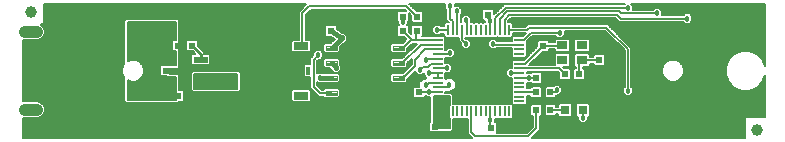
<source format=gbl>
G75*
%MOIN*%
%OFA0B0*%
%FSLAX24Y24*%
%IPPOS*%
%LPD*%
%AMOC8*
5,1,8,0,0,1.08239X$1,22.5*
%
%ADD10R,0.0394X0.0433*%
%ADD11C,0.0397*%
%ADD12C,0.0397*%
%ADD13R,0.0315X0.0315*%
%ADD14R,0.0500X0.0250*%
%ADD15R,0.0138X0.0276*%
%ADD16R,0.0236X0.0236*%
%ADD17C,0.0394*%
%ADD18R,0.0079X0.0344*%
%ADD19R,0.0344X0.0079*%
%ADD20C,0.0126*%
%ADD21R,0.0472X0.0217*%
%ADD22R,0.0354X0.0295*%
%ADD23C,0.0043*%
%ADD24R,0.1339X0.1693*%
%ADD25C,0.0060*%
%ADD26C,0.0220*%
%ADD27C,0.0240*%
%ADD28C,0.0180*%
%ADD29C,0.0080*%
%ADD30C,0.0150*%
%ADD31C,0.0090*%
%ADD32C,0.0180*%
D10*
X007623Y015656D03*
X007623Y016325D03*
D11*
X001108Y017289D02*
X000712Y017289D01*
X000712Y014691D02*
X001108Y014691D01*
D12*
X001107Y014691D03*
X000713Y014691D03*
X000713Y017289D03*
X001107Y017289D03*
D13*
X018728Y014670D03*
X019319Y014670D03*
D14*
X009933Y015163D03*
X008673Y015163D03*
X008673Y016817D03*
X009933Y016817D03*
D15*
X010170Y015990D03*
D16*
X010923Y017314D03*
X010923Y017786D03*
X013323Y017786D03*
X013803Y017786D03*
X013803Y017314D03*
X013323Y017314D03*
X015697Y017850D03*
X016170Y017850D03*
X018003Y016826D03*
X018003Y016354D03*
X017767Y015750D03*
X018240Y015750D03*
X018727Y015870D03*
X019200Y015870D03*
X019863Y016354D03*
X019863Y016826D03*
X018240Y015270D03*
X017767Y015270D03*
X017767Y014670D03*
X018240Y014670D03*
X016740Y014070D03*
X016267Y014070D03*
X014400Y014130D03*
X013927Y014130D03*
X013863Y014794D03*
X013863Y015266D03*
X007143Y015754D03*
X007143Y016226D03*
X006300Y016830D03*
X005827Y016830D03*
X005827Y015150D03*
X006300Y015150D03*
D17*
X000922Y017959D03*
X025134Y014022D03*
D18*
X016867Y014632D03*
X016710Y014632D03*
X016552Y014632D03*
X016395Y014632D03*
X016237Y014632D03*
X016080Y014632D03*
X015922Y014632D03*
X015765Y014632D03*
X015607Y014632D03*
X015450Y014632D03*
X015292Y014632D03*
X015135Y014632D03*
X014977Y014632D03*
X014820Y014632D03*
X014820Y017348D03*
X014977Y017348D03*
X015135Y017348D03*
X015292Y017348D03*
X015450Y017348D03*
X015607Y017348D03*
X015765Y017348D03*
X015922Y017348D03*
X016080Y017348D03*
X016237Y017348D03*
X016395Y017348D03*
X016552Y017348D03*
X016710Y017348D03*
X016867Y017348D03*
D19*
X017202Y017014D03*
X017202Y016856D03*
X017202Y016699D03*
X017202Y016541D03*
X017202Y016384D03*
X017202Y016226D03*
X017202Y016069D03*
X017202Y015911D03*
X017202Y015754D03*
X017202Y015596D03*
X017202Y015439D03*
X017202Y015281D03*
X017202Y015124D03*
X017202Y014967D03*
X014485Y014967D03*
X014485Y015124D03*
X014485Y015281D03*
X014485Y015439D03*
X014485Y015596D03*
X014485Y015754D03*
X014485Y015911D03*
X014485Y016069D03*
X014485Y016226D03*
X014485Y016384D03*
X014485Y016541D03*
X014485Y016699D03*
X014485Y016856D03*
X014485Y017014D03*
D20*
X015276Y016557D02*
X015276Y015423D01*
X015276Y016557D02*
X016410Y016557D01*
X016410Y015423D01*
X015276Y015423D01*
X015276Y015548D02*
X016410Y015548D01*
X016410Y015673D02*
X015276Y015673D01*
X015276Y015798D02*
X016410Y015798D01*
X016410Y015923D02*
X015276Y015923D01*
X015276Y016048D02*
X016410Y016048D01*
X016410Y016173D02*
X015276Y016173D01*
X015276Y016298D02*
X016410Y016298D01*
X016410Y016423D02*
X015276Y016423D01*
X015276Y016548D02*
X016410Y016548D01*
D21*
X006575Y016364D03*
X005552Y016364D03*
X005552Y015990D03*
X005552Y015616D03*
X006575Y015616D03*
D22*
X018639Y016344D03*
X019288Y016344D03*
X019288Y016836D03*
X018639Y016836D03*
D23*
X013366Y016805D02*
X013000Y016805D01*
X013366Y016805D02*
X013366Y016675D01*
X013000Y016675D01*
X013000Y016805D01*
X013000Y016717D02*
X013366Y016717D01*
X013366Y016759D02*
X013000Y016759D01*
X013000Y016801D02*
X013366Y016801D01*
X013366Y016305D02*
X013000Y016305D01*
X013366Y016305D02*
X013366Y016175D01*
X013000Y016175D01*
X013000Y016305D01*
X013000Y016217D02*
X013366Y016217D01*
X013366Y016259D02*
X013000Y016259D01*
X013000Y016301D02*
X013366Y016301D01*
X013366Y015805D02*
X013000Y015805D01*
X013366Y015805D02*
X013366Y015675D01*
X013000Y015675D01*
X013000Y015805D01*
X013000Y015717D02*
X013366Y015717D01*
X013366Y015759D02*
X013000Y015759D01*
X013000Y015801D02*
X013366Y015801D01*
X013366Y015305D02*
X013000Y015305D01*
X013366Y015305D02*
X013366Y015175D01*
X013000Y015175D01*
X013000Y015305D01*
X013000Y015217D02*
X013366Y015217D01*
X013366Y015259D02*
X013000Y015259D01*
X013000Y015301D02*
X013366Y015301D01*
X011126Y015305D02*
X010760Y015305D01*
X011126Y015305D02*
X011126Y015175D01*
X010760Y015175D01*
X010760Y015305D01*
X010760Y015217D02*
X011126Y015217D01*
X011126Y015259D02*
X010760Y015259D01*
X010760Y015301D02*
X011126Y015301D01*
X011126Y015805D02*
X010760Y015805D01*
X011126Y015805D02*
X011126Y015675D01*
X010760Y015675D01*
X010760Y015805D01*
X010760Y015717D02*
X011126Y015717D01*
X011126Y015759D02*
X010760Y015759D01*
X010760Y015801D02*
X011126Y015801D01*
X011126Y016305D02*
X010760Y016305D01*
X011126Y016305D02*
X011126Y016175D01*
X010760Y016175D01*
X010760Y016305D01*
X010760Y016217D02*
X011126Y016217D01*
X011126Y016259D02*
X010760Y016259D01*
X010760Y016301D02*
X011126Y016301D01*
X011126Y016805D02*
X010760Y016805D01*
X011126Y016805D02*
X011126Y016675D01*
X010760Y016675D01*
X010760Y016805D01*
X010760Y016717D02*
X011126Y016717D01*
X011126Y016759D02*
X010760Y016759D01*
X010760Y016801D02*
X011126Y016801D01*
D24*
X012063Y015990D03*
D25*
X000658Y014413D02*
X000658Y013758D01*
X015616Y013758D01*
X015613Y013760D01*
X015487Y013887D01*
X015487Y014380D01*
X015377Y014380D01*
X015371Y014386D01*
X015365Y014380D01*
X015220Y014380D01*
X015213Y014386D01*
X015207Y014380D01*
X015062Y014380D01*
X015056Y014386D01*
X015050Y014380D01*
X014993Y014380D01*
X014993Y014025D01*
X014929Y013960D01*
X014579Y013960D01*
X014551Y013932D01*
X014248Y013932D01*
X014201Y013979D01*
X014201Y014281D01*
X014233Y014313D01*
X014233Y014894D01*
X014233Y014894D01*
X014233Y015039D01*
X014233Y015040D01*
X014233Y015051D01*
X014233Y015052D01*
X014233Y015100D01*
X014123Y015100D01*
X014077Y015146D01*
X014061Y015146D01*
X014061Y015115D01*
X014015Y015068D01*
X013712Y015068D01*
X013665Y015115D01*
X013665Y015418D01*
X013712Y015464D01*
X013873Y015464D01*
X013873Y015601D01*
X014002Y015730D01*
X014073Y015730D01*
X014098Y015755D01*
X014013Y015840D01*
X014013Y015900D01*
X013954Y015840D01*
X013813Y015840D01*
X013713Y015940D01*
X013713Y015960D01*
X013481Y015728D01*
X013468Y015705D01*
X013468Y015633D01*
X013409Y015574D01*
X012958Y015574D01*
X012899Y015633D01*
X012899Y015847D01*
X012958Y015907D01*
X013320Y015907D01*
X013613Y016200D01*
X013613Y016390D01*
X013468Y016245D01*
X013468Y016133D01*
X013409Y016074D01*
X012958Y016074D01*
X012899Y016133D01*
X012899Y016347D01*
X012958Y016407D01*
X013290Y016407D01*
X013777Y016894D01*
X013637Y016894D01*
X013468Y016725D01*
X013468Y016633D01*
X013409Y016574D01*
X012958Y016574D01*
X012899Y016633D01*
X012899Y016847D01*
X012958Y016907D01*
X013310Y016907D01*
X013436Y017032D01*
X013352Y017116D01*
X013172Y017116D01*
X013125Y017163D01*
X013125Y017465D01*
X013172Y017512D01*
X013201Y017512D01*
X013153Y017560D01*
X013153Y017607D01*
X013125Y017635D01*
X013125Y017938D01*
X013172Y017984D01*
X013436Y017984D01*
X013390Y018030D01*
X010253Y018030D01*
X010083Y017860D01*
X010083Y017022D01*
X010216Y017022D01*
X010263Y016975D01*
X010263Y016659D01*
X010216Y016612D01*
X009650Y016612D01*
X009603Y016659D01*
X009603Y016975D01*
X009650Y017022D01*
X009843Y017022D01*
X009843Y017960D01*
X009914Y018030D01*
X010106Y018222D01*
X001346Y018222D01*
X001346Y017553D01*
X001328Y017535D01*
X001243Y017535D01*
X001266Y017525D01*
X001344Y017447D01*
X001387Y017345D01*
X001387Y017234D01*
X001344Y017132D01*
X001266Y017053D01*
X001164Y017011D01*
X000658Y017011D01*
X000658Y014969D01*
X001164Y014969D01*
X001266Y014927D01*
X001344Y014849D01*
X001387Y014746D01*
X001387Y014636D01*
X001344Y014533D01*
X001266Y014455D01*
X001164Y014413D01*
X000658Y014413D01*
X000658Y014411D02*
X014233Y014411D01*
X014233Y014469D02*
X001280Y014469D01*
X001339Y014528D02*
X014233Y014528D01*
X014233Y014586D02*
X001366Y014586D01*
X001387Y014645D02*
X014233Y014645D01*
X014233Y014703D02*
X001387Y014703D01*
X001381Y014762D02*
X014233Y014762D01*
X014233Y014820D02*
X001356Y014820D01*
X001314Y014879D02*
X014233Y014879D01*
X014233Y014937D02*
X005826Y014937D01*
X005841Y014952D02*
X005978Y014952D01*
X006025Y014999D01*
X006025Y015301D01*
X005978Y015348D01*
X005873Y015348D01*
X005873Y017656D01*
X005809Y017720D01*
X005718Y017720D01*
X004098Y017720D01*
X004033Y017656D01*
X004033Y016218D01*
X004013Y016198D01*
X003957Y016063D01*
X003957Y015917D01*
X004013Y015783D01*
X004033Y015762D01*
X004033Y014985D01*
X004098Y014920D01*
X005809Y014920D01*
X005841Y014952D01*
X005763Y015030D02*
X004143Y015030D01*
X004143Y015668D01*
X004251Y015624D01*
X004396Y015624D01*
X004531Y015680D01*
X004634Y015783D01*
X004690Y015917D01*
X004690Y016063D01*
X004634Y016198D01*
X004531Y016301D01*
X004396Y016356D01*
X004251Y016356D01*
X004143Y016312D01*
X004143Y017610D01*
X005725Y017610D01*
X005745Y017590D01*
X005763Y017590D01*
X005763Y017028D01*
X005676Y017028D01*
X005629Y016981D01*
X005629Y016679D01*
X005676Y016632D01*
X005763Y016632D01*
X005763Y016190D01*
X005469Y016190D01*
X005457Y016178D01*
X005282Y016178D01*
X005235Y016132D01*
X005235Y015849D01*
X005282Y015802D01*
X005457Y015802D01*
X005469Y015790D01*
X005763Y015790D01*
X005763Y015030D01*
X005763Y015054D02*
X004143Y015054D01*
X004143Y015113D02*
X005763Y015113D01*
X005763Y015171D02*
X004143Y015171D01*
X004143Y015230D02*
X005763Y015230D01*
X005763Y015288D02*
X004143Y015288D01*
X004143Y015347D02*
X005763Y015347D01*
X005763Y015405D02*
X004143Y015405D01*
X004143Y015464D02*
X005763Y015464D01*
X005763Y015522D02*
X004143Y015522D01*
X004143Y015581D02*
X005763Y015581D01*
X005763Y015639D02*
X004433Y015639D01*
X004549Y015698D02*
X005763Y015698D01*
X005763Y015756D02*
X004607Y015756D01*
X004647Y015815D02*
X005269Y015815D01*
X005235Y015873D02*
X004671Y015873D01*
X004690Y015932D02*
X005235Y015932D01*
X005235Y015990D02*
X004690Y015990D01*
X004690Y016049D02*
X005235Y016049D01*
X005235Y016107D02*
X004671Y016107D01*
X004647Y016166D02*
X005269Y016166D01*
X005763Y016224D02*
X004607Y016224D01*
X004549Y016283D02*
X005763Y016283D01*
X005763Y016341D02*
X004433Y016341D01*
X004214Y016341D02*
X004143Y016341D01*
X004143Y016400D02*
X005763Y016400D01*
X005763Y016458D02*
X004143Y016458D01*
X004143Y016517D02*
X005763Y016517D01*
X005763Y016575D02*
X004143Y016575D01*
X004143Y016634D02*
X005674Y016634D01*
X005629Y016692D02*
X004143Y016692D01*
X004143Y016751D02*
X005629Y016751D01*
X005629Y016809D02*
X004143Y016809D01*
X004143Y016868D02*
X005629Y016868D01*
X005629Y016926D02*
X004143Y016926D01*
X004143Y016985D02*
X005632Y016985D01*
X005763Y017043D02*
X004143Y017043D01*
X004143Y017102D02*
X005763Y017102D01*
X005763Y017160D02*
X004143Y017160D01*
X004143Y017219D02*
X005763Y017219D01*
X005763Y017277D02*
X004143Y017277D01*
X004143Y017336D02*
X005763Y017336D01*
X005763Y017394D02*
X004143Y017394D01*
X004143Y017453D02*
X005763Y017453D01*
X005763Y017511D02*
X004143Y017511D01*
X004143Y017570D02*
X005763Y017570D01*
X005873Y017570D02*
X009843Y017570D01*
X009843Y017628D02*
X005873Y017628D01*
X005842Y017687D02*
X009843Y017687D01*
X009843Y017745D02*
X001346Y017745D01*
X001346Y017687D02*
X004064Y017687D01*
X004033Y017628D02*
X001346Y017628D01*
X001346Y017570D02*
X004033Y017570D01*
X004033Y017511D02*
X001280Y017511D01*
X001339Y017453D02*
X004033Y017453D01*
X004033Y017394D02*
X001366Y017394D01*
X001387Y017336D02*
X004033Y017336D01*
X004033Y017277D02*
X001387Y017277D01*
X001381Y017219D02*
X004033Y017219D01*
X004033Y017160D02*
X001356Y017160D01*
X001314Y017102D02*
X004033Y017102D01*
X004033Y017043D02*
X001242Y017043D01*
X000658Y016985D02*
X004033Y016985D01*
X004033Y016926D02*
X000658Y016926D01*
X000658Y016868D02*
X004033Y016868D01*
X004033Y016809D02*
X000658Y016809D01*
X000658Y016751D02*
X004033Y016751D01*
X004033Y016692D02*
X000658Y016692D01*
X000658Y016634D02*
X004033Y016634D01*
X004033Y016575D02*
X000658Y016575D01*
X000658Y016517D02*
X004033Y016517D01*
X004033Y016458D02*
X000658Y016458D01*
X000658Y016400D02*
X004033Y016400D01*
X004033Y016341D02*
X000658Y016341D01*
X000658Y016283D02*
X004033Y016283D01*
X004033Y016224D02*
X000658Y016224D01*
X000658Y016166D02*
X004000Y016166D01*
X003975Y016107D02*
X000658Y016107D01*
X000658Y016049D02*
X003957Y016049D01*
X003957Y015990D02*
X000658Y015990D01*
X000658Y015932D02*
X003957Y015932D01*
X003975Y015873D02*
X000658Y015873D01*
X000658Y015815D02*
X004000Y015815D01*
X004033Y015756D02*
X000658Y015756D01*
X000658Y015698D02*
X004033Y015698D01*
X004033Y015639D02*
X000658Y015639D01*
X000658Y015581D02*
X004033Y015581D01*
X004033Y015522D02*
X000658Y015522D01*
X000658Y015464D02*
X004033Y015464D01*
X004033Y015405D02*
X000658Y015405D01*
X000658Y015347D02*
X004033Y015347D01*
X004033Y015288D02*
X000658Y015288D01*
X000658Y015230D02*
X004033Y015230D01*
X004033Y015171D02*
X000658Y015171D01*
X000658Y015113D02*
X004033Y015113D01*
X004033Y015054D02*
X000658Y015054D01*
X000658Y014996D02*
X004033Y014996D01*
X004081Y014937D02*
X001242Y014937D01*
X000658Y014352D02*
X014233Y014352D01*
X014214Y014294D02*
X000658Y014294D01*
X000658Y014235D02*
X014201Y014235D01*
X014201Y014177D02*
X000658Y014177D01*
X000658Y014118D02*
X014201Y014118D01*
X014201Y014060D02*
X000658Y014060D01*
X000658Y014001D02*
X014201Y014001D01*
X014238Y013943D02*
X000658Y013943D01*
X000658Y013884D02*
X015490Y013884D01*
X015487Y013943D02*
X014561Y013943D01*
X014343Y014070D02*
X014883Y014070D01*
X014883Y014401D01*
X014858Y014427D01*
X014858Y014837D01*
X014883Y014863D01*
X014883Y015150D01*
X014343Y015150D01*
X014343Y014070D01*
X014343Y014118D02*
X014883Y014118D01*
X014883Y014177D02*
X014343Y014177D01*
X014343Y014235D02*
X014883Y014235D01*
X014883Y014294D02*
X014343Y014294D01*
X014343Y014352D02*
X014883Y014352D01*
X014874Y014411D02*
X014343Y014411D01*
X014343Y014469D02*
X014858Y014469D01*
X014858Y014528D02*
X014343Y014528D01*
X014343Y014586D02*
X014858Y014586D01*
X014858Y014645D02*
X014343Y014645D01*
X014343Y014703D02*
X014858Y014703D01*
X014858Y014762D02*
X014343Y014762D01*
X014343Y014820D02*
X014858Y014820D01*
X014883Y014879D02*
X014343Y014879D01*
X014343Y014937D02*
X014883Y014937D01*
X014883Y014996D02*
X014343Y014996D01*
X014343Y015054D02*
X014883Y015054D01*
X014883Y015113D02*
X014343Y015113D01*
X014233Y015054D02*
X010263Y015054D01*
X010263Y015005D02*
X010263Y015322D01*
X010216Y015368D01*
X009650Y015368D01*
X009603Y015322D01*
X009603Y015005D01*
X009650Y014958D01*
X010216Y014958D01*
X010263Y015005D01*
X010254Y014996D02*
X014233Y014996D01*
X014110Y015113D02*
X014059Y015113D01*
X013668Y015113D02*
X011208Y015113D01*
X011228Y015133D02*
X011228Y015347D01*
X011168Y015407D01*
X010718Y015407D01*
X010672Y015360D01*
X010623Y015360D01*
X010473Y015510D01*
X010473Y015600D01*
X010493Y015580D01*
X010712Y015580D01*
X010718Y015574D01*
X011168Y015574D01*
X011228Y015633D01*
X011228Y015847D01*
X011168Y015907D01*
X011017Y015907D01*
X011004Y015920D01*
X010493Y015920D01*
X010473Y015901D01*
X010473Y016310D01*
X010503Y016340D01*
X010574Y016340D01*
X010673Y016440D01*
X010673Y016581D01*
X010574Y016680D01*
X010433Y016680D01*
X010333Y016581D01*
X010333Y016510D01*
X010233Y016410D01*
X010233Y016208D01*
X010067Y016208D01*
X010021Y016161D01*
X010021Y015819D01*
X010067Y015772D01*
X010233Y015772D01*
X010233Y015410D01*
X010304Y015340D01*
X010524Y015120D01*
X010672Y015120D01*
X010718Y015074D01*
X011168Y015074D01*
X011228Y015133D01*
X011228Y015171D02*
X013665Y015171D01*
X013665Y015230D02*
X011228Y015230D01*
X011228Y015288D02*
X013665Y015288D01*
X013665Y015347D02*
X011228Y015347D01*
X011170Y015405D02*
X013665Y015405D01*
X013711Y015464D02*
X010520Y015464D01*
X010473Y015522D02*
X013873Y015522D01*
X013873Y015581D02*
X013416Y015581D01*
X013468Y015639D02*
X013911Y015639D01*
X013970Y015698D02*
X013468Y015698D01*
X013509Y015756D02*
X014097Y015756D01*
X014038Y015815D02*
X013568Y015815D01*
X013626Y015873D02*
X013780Y015873D01*
X013721Y015932D02*
X013685Y015932D01*
X013521Y016107D02*
X013442Y016107D01*
X013462Y016049D02*
X011253Y016049D01*
X011253Y016020D02*
X011253Y016170D01*
X011228Y016196D01*
X011228Y016347D01*
X011168Y016407D01*
X011017Y016407D01*
X011014Y016410D01*
X010873Y016410D01*
X010870Y016407D01*
X010718Y016407D01*
X010659Y016347D01*
X010659Y016133D01*
X010718Y016074D01*
X010870Y016074D01*
X010913Y016030D01*
X010913Y016020D01*
X011013Y015920D01*
X011154Y015920D01*
X011253Y016020D01*
X011224Y015990D02*
X013404Y015990D01*
X013345Y015932D02*
X011165Y015932D01*
X011202Y015873D02*
X012925Y015873D01*
X012899Y015815D02*
X011228Y015815D01*
X011228Y015756D02*
X012899Y015756D01*
X012899Y015698D02*
X011228Y015698D01*
X011228Y015639D02*
X012899Y015639D01*
X012951Y015581D02*
X011176Y015581D01*
X011001Y015932D02*
X010473Y015932D01*
X010473Y015990D02*
X010943Y015990D01*
X010894Y016049D02*
X010473Y016049D01*
X010473Y016107D02*
X010685Y016107D01*
X010659Y016166D02*
X010473Y016166D01*
X010473Y016224D02*
X010659Y016224D01*
X010659Y016283D02*
X010473Y016283D01*
X010575Y016341D02*
X010659Y016341D01*
X010633Y016400D02*
X010711Y016400D01*
X010673Y016458D02*
X013342Y016458D01*
X013400Y016517D02*
X010673Y016517D01*
X010673Y016575D02*
X010717Y016575D01*
X010718Y016574D02*
X011168Y016574D01*
X011228Y016633D01*
X011228Y016796D01*
X011313Y016880D01*
X011362Y016880D01*
X011473Y016991D01*
X011473Y017149D01*
X011362Y017260D01*
X011279Y017260D01*
X011121Y017367D01*
X011121Y017465D01*
X011075Y017512D01*
X010772Y017512D01*
X010725Y017465D01*
X010725Y017163D01*
X010772Y017116D01*
X010940Y017116D01*
X011041Y017047D01*
X010901Y016907D01*
X010718Y016907D01*
X010659Y016847D01*
X010659Y016633D01*
X010718Y016574D01*
X010659Y016634D02*
X010620Y016634D01*
X010659Y016692D02*
X010263Y016692D01*
X010263Y016751D02*
X010659Y016751D01*
X010659Y016809D02*
X010263Y016809D01*
X010263Y016868D02*
X010679Y016868D01*
X010920Y016926D02*
X010263Y016926D01*
X010254Y016985D02*
X010979Y016985D01*
X011037Y017043D02*
X010083Y017043D01*
X010083Y017102D02*
X010960Y017102D01*
X010728Y017160D02*
X010083Y017160D01*
X010083Y017219D02*
X010725Y017219D01*
X010725Y017277D02*
X010083Y017277D01*
X010083Y017336D02*
X010725Y017336D01*
X010725Y017394D02*
X010083Y017394D01*
X010083Y017453D02*
X010725Y017453D01*
X010771Y017511D02*
X010083Y017511D01*
X010083Y017570D02*
X013153Y017570D01*
X013171Y017511D02*
X011076Y017511D01*
X011121Y017453D02*
X013125Y017453D01*
X013125Y017394D02*
X011121Y017394D01*
X011168Y017336D02*
X013125Y017336D01*
X013125Y017277D02*
X011254Y017277D01*
X011404Y017219D02*
X013125Y017219D01*
X013128Y017160D02*
X011462Y017160D01*
X011473Y017102D02*
X013366Y017102D01*
X013424Y017043D02*
X011473Y017043D01*
X011467Y016985D02*
X013388Y016985D01*
X013330Y016926D02*
X011408Y016926D01*
X011300Y016868D02*
X012919Y016868D01*
X012899Y016809D02*
X011242Y016809D01*
X011228Y016751D02*
X012899Y016751D01*
X012899Y016692D02*
X011228Y016692D01*
X011228Y016634D02*
X012899Y016634D01*
X012957Y016575D02*
X011170Y016575D01*
X011176Y016400D02*
X012951Y016400D01*
X012899Y016341D02*
X011228Y016341D01*
X011228Y016283D02*
X012899Y016283D01*
X012899Y016224D02*
X011228Y016224D01*
X011253Y016166D02*
X012899Y016166D01*
X012925Y016107D02*
X011253Y016107D01*
X010492Y015581D02*
X010473Y015581D01*
X010578Y015405D02*
X010717Y015405D01*
X010679Y015113D02*
X010263Y015113D01*
X010263Y015171D02*
X010473Y015171D01*
X010414Y015230D02*
X010263Y015230D01*
X010263Y015288D02*
X010356Y015288D01*
X010297Y015347D02*
X010238Y015347D01*
X010239Y015405D02*
X007913Y015405D01*
X007913Y015347D02*
X009628Y015347D01*
X009603Y015288D02*
X007857Y015288D01*
X007849Y015280D02*
X006409Y015280D01*
X006318Y015280D01*
X006253Y015345D01*
X006253Y015916D01*
X006318Y015980D01*
X007849Y015980D01*
X007913Y015916D01*
X007913Y015345D01*
X007849Y015280D01*
X007803Y015390D02*
X006363Y015390D01*
X006363Y015870D01*
X007803Y015870D01*
X007803Y015390D01*
X007803Y015405D02*
X006363Y015405D01*
X006363Y015464D02*
X007803Y015464D01*
X007803Y015522D02*
X006363Y015522D01*
X006363Y015581D02*
X007803Y015581D01*
X007803Y015639D02*
X006363Y015639D01*
X006363Y015698D02*
X007803Y015698D01*
X007803Y015756D02*
X006363Y015756D01*
X006363Y015815D02*
X007803Y015815D01*
X007913Y015815D02*
X010025Y015815D01*
X010021Y015873D02*
X007913Y015873D01*
X007897Y015932D02*
X010021Y015932D01*
X010021Y015990D02*
X005873Y015990D01*
X005873Y015932D02*
X006269Y015932D01*
X006253Y015873D02*
X005873Y015873D01*
X005873Y015815D02*
X006253Y015815D01*
X006253Y015756D02*
X005873Y015756D01*
X005873Y015698D02*
X006253Y015698D01*
X006253Y015639D02*
X005873Y015639D01*
X005873Y015581D02*
X006253Y015581D01*
X006253Y015522D02*
X005873Y015522D01*
X005873Y015464D02*
X006253Y015464D01*
X006253Y015405D02*
X005873Y015405D01*
X005980Y015347D02*
X006253Y015347D01*
X006310Y015288D02*
X006025Y015288D01*
X006025Y015230D02*
X009603Y015230D01*
X009603Y015171D02*
X006025Y015171D01*
X006025Y015113D02*
X009603Y015113D01*
X009603Y015054D02*
X006025Y015054D01*
X006022Y014996D02*
X009613Y014996D01*
X010233Y015464D02*
X007913Y015464D01*
X007913Y015522D02*
X010233Y015522D01*
X010233Y015581D02*
X007913Y015581D01*
X007913Y015639D02*
X010233Y015639D01*
X010233Y015698D02*
X007913Y015698D01*
X007913Y015756D02*
X010233Y015756D01*
X010021Y016049D02*
X005873Y016049D01*
X005873Y016107D02*
X010021Y016107D01*
X010025Y016166D02*
X005873Y016166D01*
X005873Y016224D02*
X006259Y016224D01*
X006259Y016223D02*
X006306Y016176D01*
X006845Y016176D01*
X006891Y016223D01*
X006891Y016506D01*
X006845Y016552D01*
X006700Y016552D01*
X006700Y016606D01*
X006498Y016809D01*
X009603Y016809D01*
X009603Y016751D02*
X006556Y016751D01*
X006498Y016809D02*
X006498Y016981D01*
X006451Y017028D01*
X006148Y017028D01*
X006101Y016981D01*
X006101Y016679D01*
X006148Y016632D01*
X006321Y016632D01*
X006401Y016552D01*
X006306Y016552D01*
X006259Y016506D01*
X006259Y016223D01*
X006259Y016283D02*
X005873Y016283D01*
X005873Y016341D02*
X006259Y016341D01*
X006259Y016400D02*
X005873Y016400D01*
X005873Y016458D02*
X006259Y016458D01*
X006270Y016517D02*
X005873Y016517D01*
X005873Y016575D02*
X006378Y016575D01*
X006147Y016634D02*
X005873Y016634D01*
X005873Y016692D02*
X006101Y016692D01*
X006101Y016751D02*
X005873Y016751D01*
X005873Y016809D02*
X006101Y016809D01*
X006101Y016868D02*
X005873Y016868D01*
X005873Y016926D02*
X006101Y016926D01*
X006105Y016985D02*
X005873Y016985D01*
X005873Y017043D02*
X009843Y017043D01*
X009843Y017102D02*
X005873Y017102D01*
X005873Y017160D02*
X009843Y017160D01*
X009843Y017219D02*
X005873Y017219D01*
X005873Y017277D02*
X009843Y017277D01*
X009843Y017336D02*
X005873Y017336D01*
X005873Y017394D02*
X009843Y017394D01*
X009843Y017453D02*
X005873Y017453D01*
X005873Y017511D02*
X009843Y017511D01*
X010083Y017628D02*
X013132Y017628D01*
X013125Y017687D02*
X010083Y017687D01*
X010083Y017745D02*
X013125Y017745D01*
X013125Y017804D02*
X010083Y017804D01*
X010085Y017862D02*
X013125Y017862D01*
X013125Y017921D02*
X010144Y017921D01*
X010202Y017979D02*
X013167Y017979D01*
X013521Y017899D02*
X013521Y017635D01*
X013493Y017607D01*
X013493Y017560D01*
X013446Y017512D01*
X013475Y017512D01*
X013521Y017465D01*
X013521Y017286D01*
X013605Y017202D01*
X013605Y017465D01*
X013652Y017512D01*
X013955Y017512D01*
X014001Y017465D01*
X014001Y017163D01*
X013973Y017134D01*
X014535Y017134D01*
X014535Y017133D01*
X014690Y017133D01*
X014737Y017086D01*
X014737Y016941D01*
X014731Y016935D01*
X014737Y016929D01*
X014737Y016784D01*
X014731Y016778D01*
X014737Y016771D01*
X014737Y016685D01*
X014813Y016760D01*
X014954Y016760D01*
X015053Y016661D01*
X015053Y016520D01*
X014954Y016420D01*
X014813Y016420D01*
X014812Y016421D01*
X014737Y016421D01*
X014737Y016311D01*
X014731Y016305D01*
X014737Y016299D01*
X014737Y016240D01*
X014874Y016240D01*
X014973Y016141D01*
X014973Y016000D01*
X014874Y015900D01*
X014737Y015900D01*
X014737Y015839D01*
X014731Y015833D01*
X014737Y015826D01*
X014737Y015740D01*
X014755Y015722D01*
X014772Y015740D01*
X014955Y015740D01*
X015083Y015611D01*
X015083Y015429D01*
X014955Y015300D01*
X014884Y015300D01*
X014853Y015269D01*
X014737Y015269D01*
X014737Y015260D01*
X014929Y015260D01*
X014993Y015196D01*
X014993Y014884D01*
X015050Y014884D01*
X015056Y014878D01*
X015062Y014884D01*
X015207Y014884D01*
X015213Y014878D01*
X015220Y014884D01*
X015365Y014884D01*
X015371Y014878D01*
X015377Y014884D01*
X015522Y014884D01*
X015528Y014878D01*
X015535Y014884D01*
X015680Y014884D01*
X015686Y014878D01*
X015692Y014884D01*
X015837Y014884D01*
X015843Y014878D01*
X015850Y014884D01*
X015995Y014884D01*
X016001Y014878D01*
X016007Y014884D01*
X016152Y014884D01*
X016158Y014878D01*
X016165Y014884D01*
X016310Y014884D01*
X016316Y014878D01*
X016322Y014884D01*
X016467Y014884D01*
X016473Y014878D01*
X016480Y014884D01*
X016625Y014884D01*
X016631Y014878D01*
X016637Y014884D01*
X016782Y014884D01*
X016788Y014878D01*
X016795Y014884D01*
X016940Y014884D01*
X016986Y014837D01*
X016986Y014427D01*
X016940Y014380D01*
X016795Y014380D01*
X016788Y014386D01*
X016782Y014380D01*
X016637Y014380D01*
X016631Y014386D01*
X016625Y014380D01*
X016480Y014380D01*
X016473Y014386D01*
X016467Y014380D01*
X016403Y014380D01*
X016403Y014270D01*
X016402Y014268D01*
X016418Y014268D01*
X016465Y014221D01*
X016465Y013930D01*
X017444Y013930D01*
X017643Y014130D01*
X017643Y014472D01*
X017616Y014472D01*
X017569Y014519D01*
X017569Y014821D01*
X017616Y014868D01*
X017918Y014868D01*
X017965Y014821D01*
X017965Y014519D01*
X017918Y014472D01*
X017883Y014472D01*
X017883Y014030D01*
X017813Y013960D01*
X017611Y013758D01*
X024711Y013758D01*
X024711Y014428D01*
X024728Y014445D01*
X025398Y014445D01*
X025398Y015849D01*
X025301Y015615D01*
X025115Y015429D01*
X024872Y015329D01*
X024609Y015329D01*
X024366Y015429D01*
X024180Y015615D01*
X024079Y015859D01*
X024079Y016122D01*
X024180Y016365D01*
X024366Y016551D01*
X024609Y016652D01*
X024872Y016652D01*
X025115Y016551D01*
X025301Y016365D01*
X025398Y016132D01*
X025398Y018222D01*
X020932Y018222D01*
X020993Y018161D01*
X020993Y018020D01*
X021653Y018020D01*
X021713Y018080D01*
X021854Y018080D01*
X021953Y017981D01*
X021953Y017840D01*
X022673Y017840D01*
X022733Y017900D01*
X022874Y017900D01*
X022973Y017801D01*
X022973Y017660D01*
X022874Y017560D01*
X022733Y017560D01*
X022673Y017620D01*
X020538Y017620D01*
X020473Y017685D01*
X020418Y017740D01*
X016909Y017740D01*
X016820Y017651D01*
X016820Y017601D01*
X016940Y017601D01*
X016986Y017554D01*
X016986Y017458D01*
X017396Y017458D01*
X017413Y017476D01*
X017478Y017540D01*
X020149Y017540D01*
X020869Y016820D01*
X020933Y016756D01*
X020933Y015461D01*
X020993Y015401D01*
X020993Y015260D01*
X020894Y015160D01*
X020753Y015160D01*
X020653Y015260D01*
X020653Y015401D01*
X020713Y015461D01*
X020713Y016665D01*
X020058Y017320D01*
X018713Y017320D01*
X018713Y017180D01*
X018614Y017080D01*
X018473Y017080D01*
X018413Y017140D01*
X017629Y017140D01*
X017454Y016965D01*
X017454Y016941D01*
X017448Y016935D01*
X017454Y016929D01*
X017454Y016784D01*
X017448Y016778D01*
X017454Y016771D01*
X017454Y016626D01*
X017448Y016620D01*
X017454Y016614D01*
X017454Y016469D01*
X017407Y016422D01*
X016996Y016422D01*
X016949Y016469D01*
X016949Y016614D01*
X016956Y016620D01*
X016949Y016626D01*
X016949Y016746D01*
X016420Y016746D01*
X016394Y016720D01*
X016253Y016720D01*
X016153Y016820D01*
X016153Y016961D01*
X016253Y017060D01*
X016394Y017060D01*
X016488Y016966D01*
X016949Y016966D01*
X016949Y017086D01*
X016996Y017133D01*
X017311Y017133D01*
X017416Y017238D01*
X016986Y017238D01*
X016986Y017143D01*
X016940Y017096D01*
X016795Y017096D01*
X016788Y017102D01*
X016782Y017096D01*
X016637Y017096D01*
X016631Y017102D01*
X016625Y017096D01*
X016480Y017096D01*
X016473Y017102D01*
X016467Y017096D01*
X016322Y017096D01*
X016316Y017102D01*
X016310Y017096D01*
X016165Y017096D01*
X016158Y017102D01*
X016159Y017102D01*
X016158Y017102D02*
X016152Y017096D01*
X016007Y017096D01*
X016001Y017102D01*
X015995Y017096D01*
X015850Y017096D01*
X015843Y017102D01*
X015844Y017102D01*
X015843Y017102D02*
X015837Y017096D01*
X015692Y017096D01*
X015686Y017102D01*
X015680Y017096D01*
X015535Y017096D01*
X015528Y017102D01*
X015529Y017102D01*
X015528Y017102D02*
X015522Y017096D01*
X015402Y017096D01*
X015402Y017067D01*
X015409Y017060D01*
X015494Y017060D01*
X015593Y016961D01*
X015593Y016820D01*
X015494Y016720D01*
X015353Y016720D01*
X015253Y016820D01*
X015253Y016905D01*
X015182Y016976D01*
X015182Y017096D01*
X015062Y017096D01*
X015056Y017102D01*
X015050Y017096D01*
X014905Y017096D01*
X014899Y017102D01*
X014898Y017102D01*
X014899Y017102D02*
X014892Y017096D01*
X014747Y017096D01*
X014700Y017143D01*
X014700Y017228D01*
X014572Y017228D01*
X014524Y017180D01*
X014383Y017180D01*
X014283Y017280D01*
X014283Y017421D01*
X014383Y017520D01*
X014524Y017520D01*
X014576Y017468D01*
X014700Y017468D01*
X014700Y017554D01*
X014747Y017601D01*
X014857Y017601D01*
X014838Y017620D01*
X014773Y017685D01*
X014773Y018020D01*
X014713Y018080D01*
X014713Y018221D01*
X014715Y018222D01*
X013537Y018222D01*
X013560Y018200D01*
X013775Y017984D01*
X013955Y017984D01*
X014001Y017938D01*
X014001Y017635D01*
X013955Y017588D01*
X013652Y017588D01*
X013605Y017635D01*
X013605Y017815D01*
X013521Y017899D01*
X013521Y017862D02*
X013558Y017862D01*
X013521Y017804D02*
X013605Y017804D01*
X013605Y017745D02*
X013521Y017745D01*
X013521Y017687D02*
X013605Y017687D01*
X013612Y017628D02*
X013515Y017628D01*
X013493Y017570D02*
X014716Y017570D01*
X014700Y017511D02*
X014533Y017511D01*
X014374Y017511D02*
X013956Y017511D01*
X014001Y017453D02*
X014315Y017453D01*
X014283Y017394D02*
X014001Y017394D01*
X014001Y017336D02*
X014283Y017336D01*
X014286Y017277D02*
X014001Y017277D01*
X014001Y017219D02*
X014344Y017219D01*
X014562Y017219D02*
X014700Y017219D01*
X014700Y017160D02*
X013999Y017160D01*
X013605Y017219D02*
X013588Y017219D01*
X013605Y017277D02*
X013530Y017277D01*
X013521Y017336D02*
X013605Y017336D01*
X013605Y017394D02*
X013521Y017394D01*
X013521Y017453D02*
X013605Y017453D01*
X013651Y017511D02*
X013476Y017511D01*
X013995Y017628D02*
X014830Y017628D01*
X014773Y017687D02*
X014001Y017687D01*
X014001Y017745D02*
X014773Y017745D01*
X014773Y017804D02*
X014001Y017804D01*
X014001Y017862D02*
X014773Y017862D01*
X014773Y017921D02*
X014001Y017921D01*
X013960Y017979D02*
X014773Y017979D01*
X014755Y018038D02*
X013722Y018038D01*
X013663Y018096D02*
X014713Y018096D01*
X014713Y018155D02*
X013605Y018155D01*
X013546Y018213D02*
X014713Y018213D01*
X014883Y018150D02*
X014883Y017730D01*
X014977Y017636D01*
X014977Y017348D01*
X015135Y017348D02*
X015135Y017959D01*
X015123Y017970D01*
X015245Y017851D02*
X015245Y017601D01*
X015253Y017601D01*
X015253Y017741D01*
X015353Y017840D01*
X015494Y017840D01*
X015593Y017741D01*
X015593Y017601D01*
X015680Y017601D01*
X015686Y017594D01*
X015692Y017601D01*
X015837Y017601D01*
X015843Y017594D01*
X015850Y017601D01*
X015995Y017601D01*
X016001Y017594D01*
X016007Y017601D01*
X016043Y017601D01*
X016043Y017652D01*
X016018Y017652D01*
X015971Y017699D01*
X015971Y018001D01*
X016018Y018048D01*
X016321Y018048D01*
X016368Y018001D01*
X016368Y017870D01*
X016633Y018136D01*
X016698Y018200D01*
X020693Y018200D01*
X020715Y018222D01*
X015052Y018222D01*
X015053Y018221D01*
X015053Y018140D01*
X015194Y018140D01*
X015293Y018041D01*
X015293Y017900D01*
X015245Y017851D01*
X015256Y017862D02*
X015971Y017862D01*
X015971Y017804D02*
X015530Y017804D01*
X015589Y017745D02*
X015971Y017745D01*
X015984Y017687D02*
X015593Y017687D01*
X015593Y017628D02*
X016043Y017628D01*
X015971Y017921D02*
X015293Y017921D01*
X015293Y017979D02*
X015971Y017979D01*
X016008Y018038D02*
X015293Y018038D01*
X015238Y018096D02*
X016594Y018096D01*
X016652Y018155D02*
X015053Y018155D01*
X015053Y018213D02*
X020706Y018213D01*
X020823Y018090D02*
X016743Y018090D01*
X016395Y017741D01*
X016395Y017348D01*
X016552Y017348D02*
X016552Y017719D01*
X016803Y017970D01*
X020523Y017970D01*
X020583Y017910D01*
X021783Y017910D01*
X021670Y018038D02*
X020993Y018038D01*
X020993Y018096D02*
X025398Y018096D01*
X025398Y018038D02*
X021896Y018038D01*
X021953Y017979D02*
X025398Y017979D01*
X025398Y017921D02*
X021953Y017921D01*
X021953Y017862D02*
X022695Y017862D01*
X022803Y017730D02*
X020583Y017730D01*
X020463Y017850D01*
X016863Y017850D01*
X016710Y017696D01*
X016710Y017348D01*
X016867Y017348D02*
X017442Y017348D01*
X017523Y017430D01*
X020103Y017430D01*
X020823Y016710D01*
X020823Y015330D01*
X020653Y015347D02*
X018623Y015347D01*
X018623Y015405D02*
X020658Y015405D01*
X020713Y015464D02*
X018570Y015464D01*
X018524Y015510D02*
X018623Y015411D01*
X018623Y015270D01*
X018524Y015170D01*
X018453Y015170D01*
X018438Y015155D01*
X018438Y015119D01*
X018391Y015072D01*
X018088Y015072D01*
X018041Y015119D01*
X018041Y015421D01*
X018088Y015468D01*
X018341Y015468D01*
X018383Y015510D01*
X018524Y015510D01*
X018576Y015672D02*
X018529Y015719D01*
X018529Y015899D01*
X018479Y015949D01*
X017454Y015949D01*
X017454Y015911D01*
X017463Y015920D01*
X017588Y015920D01*
X017616Y015948D01*
X017918Y015948D01*
X017965Y015901D01*
X017965Y015599D01*
X017918Y015552D01*
X017616Y015552D01*
X017588Y015580D01*
X017463Y015580D01*
X017454Y015589D01*
X017454Y015524D01*
X017448Y015518D01*
X017454Y015511D01*
X017454Y015401D01*
X017569Y015401D01*
X017569Y015421D01*
X017616Y015468D01*
X017918Y015468D01*
X017965Y015421D01*
X017965Y015119D01*
X017918Y015072D01*
X017616Y015072D01*
X017569Y015119D01*
X017569Y015161D01*
X017454Y015161D01*
X017454Y015052D01*
X017448Y015045D01*
X017454Y015039D01*
X017454Y014894D01*
X017407Y014847D01*
X016996Y014847D01*
X016949Y014894D01*
X016949Y015039D01*
X016956Y015045D01*
X016949Y015052D01*
X016949Y015197D01*
X016956Y015203D01*
X016949Y015209D01*
X016949Y015354D01*
X016956Y015360D01*
X016949Y015366D01*
X016949Y015511D01*
X016956Y015518D01*
X016949Y015524D01*
X016949Y015669D01*
X016956Y015675D01*
X016949Y015681D01*
X016949Y015740D01*
X016853Y015740D01*
X016753Y015840D01*
X016753Y015981D01*
X016853Y016080D01*
X016949Y016080D01*
X016949Y016141D01*
X016956Y016148D01*
X016949Y016154D01*
X016949Y016299D01*
X016996Y016346D01*
X017151Y016346D01*
X017152Y016346D01*
X017354Y016346D01*
X017805Y016798D01*
X017805Y016978D01*
X017852Y017024D01*
X018155Y017024D01*
X018201Y016978D01*
X018201Y016946D01*
X018381Y016946D01*
X018381Y017017D01*
X018428Y017064D01*
X018849Y017064D01*
X018896Y017017D01*
X018896Y016655D01*
X018849Y016609D01*
X018428Y016609D01*
X018381Y016655D01*
X018381Y016706D01*
X018201Y016706D01*
X018201Y016675D01*
X018155Y016628D01*
X017975Y016628D01*
X017536Y016189D01*
X018381Y016189D01*
X018381Y016525D01*
X018428Y016572D01*
X018849Y016572D01*
X018896Y016525D01*
X018896Y016163D01*
X018849Y016116D01*
X018651Y016116D01*
X018699Y016068D01*
X018878Y016068D01*
X018925Y016021D01*
X018925Y015719D01*
X018878Y015672D01*
X018576Y015672D01*
X018550Y015698D02*
X017965Y015698D01*
X017965Y015756D02*
X018529Y015756D01*
X018529Y015815D02*
X017965Y015815D01*
X017965Y015873D02*
X018529Y015873D01*
X018496Y015932D02*
X017935Y015932D01*
X017965Y015639D02*
X020713Y015639D01*
X020713Y015581D02*
X017947Y015581D01*
X017923Y015464D02*
X018084Y015464D01*
X018041Y015405D02*
X017965Y015405D01*
X017965Y015347D02*
X018041Y015347D01*
X018041Y015288D02*
X017965Y015288D01*
X017965Y015230D02*
X018041Y015230D01*
X018041Y015171D02*
X017965Y015171D01*
X017959Y015113D02*
X018048Y015113D01*
X018088Y014868D02*
X018041Y014821D01*
X018041Y014519D01*
X018088Y014472D01*
X018391Y014472D01*
X018438Y014519D01*
X018438Y014550D01*
X018491Y014550D01*
X018491Y014480D01*
X018537Y014433D01*
X018919Y014433D01*
X018966Y014480D01*
X018966Y014861D01*
X018919Y014908D01*
X018537Y014908D01*
X018491Y014861D01*
X018491Y014790D01*
X018438Y014790D01*
X018438Y014821D01*
X018391Y014868D01*
X018088Y014868D01*
X018041Y014820D02*
X017965Y014820D01*
X017965Y014762D02*
X018041Y014762D01*
X018041Y014703D02*
X017965Y014703D01*
X017965Y014645D02*
X018041Y014645D01*
X018041Y014586D02*
X017965Y014586D01*
X017965Y014528D02*
X018041Y014528D01*
X017883Y014469D02*
X018501Y014469D01*
X018491Y014528D02*
X018438Y014528D01*
X018438Y014820D02*
X018491Y014820D01*
X018509Y014879D02*
X017439Y014879D01*
X017454Y014937D02*
X025398Y014937D01*
X025398Y014879D02*
X019538Y014879D01*
X019556Y014861D02*
X019509Y014908D01*
X019128Y014908D01*
X019081Y014861D01*
X019081Y014480D01*
X019128Y014433D01*
X019153Y014433D01*
X019153Y014350D01*
X019253Y014250D01*
X019394Y014250D01*
X019493Y014350D01*
X019493Y014433D01*
X019509Y014433D01*
X019556Y014480D01*
X019556Y014861D01*
X019556Y014820D02*
X025398Y014820D01*
X025398Y014762D02*
X019556Y014762D01*
X019556Y014703D02*
X025398Y014703D01*
X025398Y014645D02*
X019556Y014645D01*
X019556Y014586D02*
X025398Y014586D01*
X025398Y014528D02*
X019556Y014528D01*
X019546Y014469D02*
X025398Y014469D01*
X024711Y014411D02*
X019493Y014411D01*
X019493Y014352D02*
X024711Y014352D01*
X024711Y014294D02*
X019437Y014294D01*
X019209Y014294D02*
X017883Y014294D01*
X017883Y014352D02*
X019153Y014352D01*
X019153Y014411D02*
X017883Y014411D01*
X017883Y014235D02*
X024711Y014235D01*
X024711Y014177D02*
X017883Y014177D01*
X017883Y014118D02*
X024711Y014118D01*
X024711Y014060D02*
X017883Y014060D01*
X017854Y014001D02*
X024711Y014001D01*
X024711Y013943D02*
X017796Y013943D01*
X017737Y013884D02*
X024711Y013884D01*
X024711Y013826D02*
X017679Y013826D01*
X017620Y013767D02*
X024711Y013767D01*
X025398Y014996D02*
X017454Y014996D01*
X017454Y015054D02*
X025398Y015054D01*
X025398Y015113D02*
X018431Y015113D01*
X018525Y015171D02*
X020742Y015171D01*
X020683Y015230D02*
X018583Y015230D01*
X018623Y015288D02*
X020653Y015288D01*
X020905Y015171D02*
X025398Y015171D01*
X025398Y015230D02*
X020963Y015230D01*
X020993Y015288D02*
X025398Y015288D01*
X025398Y015347D02*
X024916Y015347D01*
X025057Y015405D02*
X025398Y015405D01*
X025398Y015464D02*
X025150Y015464D01*
X025208Y015522D02*
X025398Y015522D01*
X025398Y015581D02*
X025267Y015581D01*
X025311Y015639D02*
X025398Y015639D01*
X025398Y015698D02*
X025336Y015698D01*
X025360Y015756D02*
X025398Y015756D01*
X025398Y015815D02*
X025384Y015815D01*
X025384Y016166D02*
X025398Y016166D01*
X025398Y016224D02*
X025360Y016224D01*
X025336Y016283D02*
X025398Y016283D01*
X025398Y016341D02*
X025311Y016341D01*
X025267Y016400D02*
X025398Y016400D01*
X025398Y016458D02*
X025208Y016458D01*
X025150Y016517D02*
X025398Y016517D01*
X025398Y016575D02*
X025057Y016575D01*
X024916Y016634D02*
X025398Y016634D01*
X025398Y016692D02*
X020933Y016692D01*
X020933Y016634D02*
X024566Y016634D01*
X024424Y016575D02*
X020933Y016575D01*
X020933Y016517D02*
X024332Y016517D01*
X024273Y016458D02*
X020933Y016458D01*
X020933Y016400D02*
X024215Y016400D01*
X024170Y016341D02*
X022433Y016341D01*
X022396Y016356D02*
X022251Y016356D01*
X022116Y016301D01*
X022013Y016198D01*
X021957Y016063D01*
X021957Y015917D01*
X022013Y015783D01*
X022116Y015680D01*
X022251Y015624D01*
X022396Y015624D01*
X022531Y015680D01*
X022634Y015783D01*
X022690Y015917D01*
X022690Y016063D01*
X022634Y016198D01*
X022531Y016301D01*
X022396Y016356D01*
X022549Y016283D02*
X024146Y016283D01*
X024122Y016224D02*
X022607Y016224D01*
X022647Y016166D02*
X024097Y016166D01*
X024079Y016107D02*
X022671Y016107D01*
X022690Y016049D02*
X024079Y016049D01*
X024079Y015990D02*
X022690Y015990D01*
X022690Y015932D02*
X024079Y015932D01*
X024079Y015873D02*
X022671Y015873D01*
X022647Y015815D02*
X024097Y015815D01*
X024122Y015756D02*
X022607Y015756D01*
X022549Y015698D02*
X024146Y015698D01*
X024170Y015639D02*
X022433Y015639D01*
X022214Y015639D02*
X020933Y015639D01*
X020933Y015581D02*
X024215Y015581D01*
X024273Y015522D02*
X020933Y015522D01*
X020933Y015464D02*
X024332Y015464D01*
X024424Y015405D02*
X020989Y015405D01*
X020993Y015347D02*
X024566Y015347D01*
X025398Y016751D02*
X020933Y016751D01*
X020880Y016809D02*
X025398Y016809D01*
X025398Y016868D02*
X020821Y016868D01*
X020763Y016926D02*
X025398Y016926D01*
X025398Y016985D02*
X020704Y016985D01*
X020646Y017043D02*
X025398Y017043D01*
X025398Y017102D02*
X020587Y017102D01*
X020529Y017160D02*
X025398Y017160D01*
X025398Y017219D02*
X020470Y017219D01*
X020412Y017277D02*
X025398Y017277D01*
X025398Y017336D02*
X020353Y017336D01*
X020295Y017394D02*
X025398Y017394D01*
X025398Y017453D02*
X020236Y017453D01*
X020178Y017511D02*
X025398Y017511D01*
X025398Y017570D02*
X022883Y017570D01*
X022942Y017628D02*
X025398Y017628D01*
X025398Y017687D02*
X022973Y017687D01*
X022973Y017745D02*
X025398Y017745D01*
X025398Y017804D02*
X022970Y017804D01*
X022912Y017862D02*
X025398Y017862D01*
X025398Y018155D02*
X020993Y018155D01*
X020941Y018213D02*
X025398Y018213D01*
X022723Y017570D02*
X016971Y017570D01*
X016986Y017511D02*
X017449Y017511D01*
X017583Y017250D02*
X018543Y017250D01*
X018713Y017277D02*
X020101Y017277D01*
X020159Y017219D02*
X018713Y017219D01*
X018694Y017160D02*
X020218Y017160D01*
X020276Y017102D02*
X018635Y017102D01*
X018451Y017102D02*
X017590Y017102D01*
X017532Y017043D02*
X018408Y017043D01*
X018381Y016985D02*
X018194Y016985D01*
X018201Y016692D02*
X018381Y016692D01*
X018403Y016634D02*
X018160Y016634D01*
X017922Y016575D02*
X020713Y016575D01*
X020713Y016517D02*
X020050Y016517D01*
X020061Y016505D02*
X020015Y016552D01*
X019712Y016552D01*
X019665Y016505D01*
X019665Y016464D01*
X019545Y016464D01*
X019545Y016525D01*
X019498Y016572D01*
X019078Y016572D01*
X019031Y016525D01*
X019031Y016163D01*
X019078Y016116D01*
X019080Y016116D01*
X019080Y016068D01*
X019048Y016068D01*
X019001Y016021D01*
X019001Y015719D01*
X019048Y015672D01*
X019351Y015672D01*
X019398Y015719D01*
X019398Y016021D01*
X019351Y016068D01*
X019320Y016068D01*
X019320Y016116D01*
X019498Y016116D01*
X019545Y016163D01*
X019545Y016224D01*
X019665Y016224D01*
X019665Y016203D01*
X019712Y016156D01*
X020015Y016156D01*
X020061Y016203D01*
X020061Y016505D01*
X020061Y016458D02*
X020713Y016458D01*
X020713Y016400D02*
X020061Y016400D01*
X020061Y016341D02*
X020713Y016341D01*
X020713Y016283D02*
X020061Y016283D01*
X020061Y016224D02*
X020713Y016224D01*
X020713Y016166D02*
X020024Y016166D01*
X019702Y016166D02*
X019545Y016166D01*
X019370Y016049D02*
X020713Y016049D01*
X020713Y016107D02*
X019320Y016107D01*
X019398Y015990D02*
X020713Y015990D01*
X020713Y015932D02*
X019398Y015932D01*
X019398Y015873D02*
X020713Y015873D01*
X020713Y015815D02*
X019398Y015815D01*
X019398Y015756D02*
X020713Y015756D01*
X020713Y015698D02*
X019376Y015698D01*
X019023Y015698D02*
X018904Y015698D01*
X018925Y015756D02*
X019001Y015756D01*
X019001Y015815D02*
X018925Y015815D01*
X018925Y015873D02*
X019001Y015873D01*
X019001Y015932D02*
X018925Y015932D01*
X018925Y015990D02*
X019001Y015990D01*
X019029Y016049D02*
X018898Y016049D01*
X018896Y016166D02*
X019031Y016166D01*
X019031Y016224D02*
X018896Y016224D01*
X018896Y016283D02*
X019031Y016283D01*
X019031Y016341D02*
X018896Y016341D01*
X018896Y016400D02*
X019031Y016400D01*
X019031Y016458D02*
X018896Y016458D01*
X018896Y016517D02*
X019031Y016517D01*
X019078Y016609D02*
X019498Y016609D01*
X019545Y016655D01*
X019545Y017017D01*
X019498Y017064D01*
X019078Y017064D01*
X019031Y017017D01*
X019031Y016655D01*
X019078Y016609D01*
X019053Y016634D02*
X018874Y016634D01*
X018896Y016692D02*
X019031Y016692D01*
X019031Y016751D02*
X018896Y016751D01*
X018896Y016809D02*
X019031Y016809D01*
X019031Y016868D02*
X018896Y016868D01*
X018896Y016926D02*
X019031Y016926D01*
X019031Y016985D02*
X018896Y016985D01*
X018870Y017043D02*
X019057Y017043D01*
X019519Y017043D02*
X020335Y017043D01*
X020393Y016985D02*
X019545Y016985D01*
X019545Y016926D02*
X020452Y016926D01*
X020510Y016868D02*
X019545Y016868D01*
X019545Y016809D02*
X020569Y016809D01*
X020627Y016751D02*
X019545Y016751D01*
X019545Y016692D02*
X020686Y016692D01*
X020713Y016634D02*
X019524Y016634D01*
X019545Y016517D02*
X019677Y016517D01*
X019080Y016107D02*
X018660Y016107D01*
X018381Y016224D02*
X017571Y016224D01*
X017629Y016283D02*
X018381Y016283D01*
X018381Y016341D02*
X017688Y016341D01*
X017746Y016400D02*
X018381Y016400D01*
X018381Y016458D02*
X017805Y016458D01*
X017863Y016517D02*
X018381Y016517D01*
X017805Y016809D02*
X017454Y016809D01*
X017454Y016751D02*
X017758Y016751D01*
X017699Y016692D02*
X017454Y016692D01*
X017454Y016634D02*
X017641Y016634D01*
X017582Y016575D02*
X017454Y016575D01*
X017454Y016517D02*
X017524Y016517D01*
X017465Y016458D02*
X017443Y016458D01*
X017407Y016400D02*
X014737Y016400D01*
X014737Y016341D02*
X016992Y016341D01*
X016949Y016283D02*
X014737Y016283D01*
X014890Y016224D02*
X016949Y016224D01*
X016949Y016166D02*
X014948Y016166D01*
X014973Y016107D02*
X016949Y016107D01*
X016821Y016049D02*
X014973Y016049D01*
X014964Y015990D02*
X016763Y015990D01*
X016753Y015932D02*
X014905Y015932D01*
X014737Y015873D02*
X016753Y015873D01*
X016778Y015815D02*
X014737Y015815D01*
X014737Y015756D02*
X016837Y015756D01*
X016949Y015698D02*
X014997Y015698D01*
X015056Y015639D02*
X016949Y015639D01*
X016949Y015581D02*
X015083Y015581D01*
X015083Y015522D02*
X016951Y015522D01*
X016949Y015464D02*
X015083Y015464D01*
X015060Y015405D02*
X016949Y015405D01*
X016949Y015347D02*
X015001Y015347D01*
X014959Y015230D02*
X016949Y015230D01*
X016949Y015288D02*
X014872Y015288D01*
X014993Y015171D02*
X016949Y015171D01*
X016949Y015113D02*
X014993Y015113D01*
X014993Y015054D02*
X016949Y015054D01*
X016949Y014996D02*
X014993Y014996D01*
X014993Y014937D02*
X016949Y014937D01*
X016945Y014879D02*
X016965Y014879D01*
X016986Y014820D02*
X017569Y014820D01*
X017569Y014762D02*
X016986Y014762D01*
X016986Y014703D02*
X017569Y014703D01*
X017569Y014645D02*
X016986Y014645D01*
X016986Y014586D02*
X017569Y014586D01*
X017569Y014528D02*
X016986Y014528D01*
X016986Y014469D02*
X017643Y014469D01*
X017643Y014411D02*
X016971Y014411D01*
X016452Y014235D02*
X017643Y014235D01*
X017643Y014177D02*
X016465Y014177D01*
X016465Y014118D02*
X017632Y014118D01*
X017573Y014060D02*
X016465Y014060D01*
X016465Y014001D02*
X017515Y014001D01*
X017456Y013943D02*
X016465Y013943D01*
X016403Y014294D02*
X017643Y014294D01*
X017643Y014352D02*
X016403Y014352D01*
X015487Y014352D02*
X014993Y014352D01*
X014993Y014294D02*
X015487Y014294D01*
X015487Y014235D02*
X014993Y014235D01*
X014993Y014177D02*
X015487Y014177D01*
X015487Y014118D02*
X014993Y014118D01*
X014993Y014060D02*
X015487Y014060D01*
X015487Y014001D02*
X014970Y014001D01*
X015548Y013826D02*
X000658Y013826D01*
X000658Y013767D02*
X015607Y013767D01*
X015528Y014879D02*
X015529Y014879D01*
X015685Y014879D02*
X015687Y014879D01*
X015843Y014879D02*
X015844Y014879D01*
X016000Y014879D02*
X016002Y014879D01*
X016158Y014879D02*
X016159Y014879D01*
X016315Y014879D02*
X016317Y014879D01*
X016473Y014879D02*
X016474Y014879D01*
X016630Y014879D02*
X016632Y014879D01*
X016788Y014879D02*
X016789Y014879D01*
X017454Y015113D02*
X017575Y015113D01*
X017569Y015405D02*
X017454Y015405D01*
X017454Y015464D02*
X017611Y015464D01*
X017452Y015522D02*
X020713Y015522D01*
X020933Y015698D02*
X022098Y015698D01*
X022039Y015756D02*
X020933Y015756D01*
X020933Y015815D02*
X022000Y015815D01*
X021975Y015873D02*
X020933Y015873D01*
X020933Y015932D02*
X021957Y015932D01*
X021957Y015990D02*
X020933Y015990D01*
X020933Y016049D02*
X021957Y016049D01*
X021975Y016107D02*
X020933Y016107D01*
X020933Y016166D02*
X022000Y016166D01*
X022039Y016224D02*
X020933Y016224D01*
X020933Y016283D02*
X022098Y016283D01*
X022214Y016341D02*
X020933Y016341D01*
X020530Y017628D02*
X016820Y017628D01*
X016855Y017687D02*
X020471Y017687D01*
X017812Y016985D02*
X017473Y016985D01*
X017454Y016926D02*
X017805Y016926D01*
X017805Y016868D02*
X017454Y016868D01*
X017347Y017014D02*
X017202Y017014D01*
X017347Y017014D02*
X017583Y017250D01*
X017396Y017219D02*
X016986Y017219D01*
X016986Y017160D02*
X017338Y017160D01*
X016965Y017102D02*
X016945Y017102D01*
X016949Y017043D02*
X016411Y017043D01*
X016469Y016985D02*
X016949Y016985D01*
X016789Y017102D02*
X016788Y017102D01*
X016632Y017102D02*
X016630Y017102D01*
X016474Y017102D02*
X016473Y017102D01*
X016317Y017102D02*
X016315Y017102D01*
X016236Y017043D02*
X015511Y017043D01*
X015569Y016985D02*
X016177Y016985D01*
X016153Y016926D02*
X015593Y016926D01*
X015593Y016868D02*
X016153Y016868D01*
X016164Y016809D02*
X015583Y016809D01*
X015524Y016751D02*
X016222Y016751D01*
X016357Y016856D02*
X016323Y016890D01*
X016357Y016856D02*
X017202Y016856D01*
X016949Y016692D02*
X015022Y016692D01*
X015053Y016634D02*
X016949Y016634D01*
X016949Y016575D02*
X015053Y016575D01*
X015050Y016517D02*
X016949Y016517D01*
X016960Y016458D02*
X014992Y016458D01*
X014963Y016751D02*
X015322Y016751D01*
X015264Y016809D02*
X014737Y016809D01*
X014737Y016751D02*
X014803Y016751D01*
X014745Y016692D02*
X014737Y016692D01*
X014737Y016868D02*
X015253Y016868D01*
X015232Y016926D02*
X014737Y016926D01*
X014737Y016985D02*
X015182Y016985D01*
X015182Y017043D02*
X014737Y017043D01*
X014742Y017102D02*
X014722Y017102D01*
X015055Y017102D02*
X015057Y017102D01*
X015292Y017021D02*
X015423Y016890D01*
X015292Y017021D02*
X015292Y017348D01*
X015450Y017348D02*
X015450Y017644D01*
X015423Y017670D01*
X015253Y017687D02*
X015245Y017687D01*
X015245Y017745D02*
X015258Y017745D01*
X015245Y017804D02*
X015316Y017804D01*
X015253Y017628D02*
X015245Y017628D01*
X016368Y017921D02*
X016418Y017921D01*
X016368Y017979D02*
X016477Y017979D01*
X016535Y018038D02*
X016331Y018038D01*
X016000Y017102D02*
X016002Y017102D01*
X015687Y017102D02*
X015685Y017102D01*
X013751Y016868D02*
X013611Y016868D01*
X013552Y016809D02*
X013693Y016809D01*
X013634Y016751D02*
X013494Y016751D01*
X013468Y016692D02*
X013576Y016692D01*
X013517Y016634D02*
X013468Y016634D01*
X013459Y016575D02*
X013410Y016575D01*
X013564Y016341D02*
X013613Y016341D01*
X013613Y016283D02*
X013506Y016283D01*
X013468Y016224D02*
X013613Y016224D01*
X013579Y016166D02*
X013468Y016166D01*
X013987Y015873D02*
X014013Y015873D01*
X015055Y014879D02*
X015057Y014879D01*
X015213Y014879D02*
X015214Y014879D01*
X015370Y014879D02*
X015372Y014879D01*
X017454Y015581D02*
X017462Y015581D01*
X017454Y015932D02*
X017599Y015932D01*
X018948Y014879D02*
X019099Y014879D01*
X019081Y014820D02*
X018966Y014820D01*
X018966Y014762D02*
X019081Y014762D01*
X019081Y014703D02*
X018966Y014703D01*
X018966Y014645D02*
X019081Y014645D01*
X019081Y014586D02*
X018966Y014586D01*
X018966Y014528D02*
X019081Y014528D01*
X019092Y014469D02*
X018955Y014469D01*
X010386Y016634D02*
X010238Y016634D01*
X010333Y016575D02*
X006700Y016575D01*
X006673Y016634D02*
X009628Y016634D01*
X009603Y016692D02*
X006614Y016692D01*
X006498Y016868D02*
X009603Y016868D01*
X009603Y016926D02*
X006498Y016926D01*
X006494Y016985D02*
X009613Y016985D01*
X010282Y016458D02*
X006891Y016458D01*
X006891Y016400D02*
X010233Y016400D01*
X010233Y016341D02*
X006891Y016341D01*
X006891Y016283D02*
X010233Y016283D01*
X010233Y016224D02*
X006891Y016224D01*
X006880Y016517D02*
X010333Y016517D01*
X009843Y017804D02*
X001346Y017804D01*
X001346Y017862D02*
X009843Y017862D01*
X009843Y017921D02*
X001346Y017921D01*
X001346Y017979D02*
X009863Y017979D01*
X009921Y018038D02*
X001346Y018038D01*
X001346Y018096D02*
X009980Y018096D01*
X010038Y018155D02*
X001346Y018155D01*
X001346Y018213D02*
X010097Y018213D01*
X004214Y015639D02*
X004143Y015639D01*
D26*
X005883Y015990D03*
X006963Y015510D03*
X007323Y015510D03*
X008233Y015150D03*
X007313Y016430D03*
X006153Y017260D03*
X005823Y017780D03*
X004323Y017490D03*
X004323Y017010D03*
X002583Y017550D03*
X002173Y015280D03*
X001793Y015280D03*
X009323Y016830D03*
X011283Y017070D03*
X012493Y017250D03*
X012473Y015780D03*
X011623Y015770D03*
X015513Y015470D03*
X016363Y015470D03*
X016373Y016510D03*
X015533Y016510D03*
X018223Y016360D03*
X020173Y016780D03*
X023163Y014750D03*
D27*
X005883Y015990D02*
X005552Y015990D01*
D28*
X001512Y017959D03*
X000922Y014022D03*
X010563Y015750D03*
X011083Y016090D03*
X010503Y016510D03*
X010623Y017840D03*
X013323Y017630D03*
X014453Y017350D03*
X015123Y017970D03*
X014883Y018150D03*
X015423Y017670D03*
X015733Y018080D03*
X016213Y017660D03*
X016323Y016890D03*
X015423Y016890D03*
X014883Y016590D03*
X014803Y016070D03*
X014183Y015910D03*
X013883Y016010D03*
X014103Y016350D03*
X014863Y015520D03*
X014193Y015270D03*
X014093Y015510D03*
X014433Y014820D03*
X014433Y014400D03*
X013333Y014610D03*
X016233Y014340D03*
X016943Y014080D03*
X019323Y014420D03*
X018453Y015340D03*
X018443Y015650D03*
X017533Y015750D03*
X016923Y015910D03*
X017563Y016750D03*
X018543Y017250D03*
X020823Y018090D03*
X021783Y017910D03*
X022803Y017730D03*
X025134Y017959D03*
X020823Y015330D03*
X024544Y014022D03*
X025134Y014612D03*
D29*
X019863Y016354D02*
X019854Y016344D01*
X019288Y016344D01*
X019200Y016256D01*
X019200Y015870D01*
X018727Y015870D02*
X018528Y016069D01*
X017202Y016069D01*
X017202Y016226D02*
X017403Y016226D01*
X018003Y016826D01*
X018629Y016826D01*
X018639Y016836D01*
X017767Y015750D02*
X017533Y015750D01*
X017205Y015750D01*
X017202Y015754D01*
X017202Y015910D02*
X016923Y015910D01*
X017202Y015911D02*
X017202Y015910D01*
X017202Y015281D02*
X017756Y015281D01*
X017767Y015270D01*
X018240Y015270D02*
X018383Y015270D01*
X018453Y015340D01*
X018240Y014670D02*
X018728Y014670D01*
X019319Y014670D02*
X019319Y014420D01*
X019323Y014420D01*
X017767Y014670D02*
X017763Y014666D01*
X017763Y014080D01*
X017493Y013810D01*
X015733Y013810D01*
X015607Y013936D01*
X015607Y014632D01*
X016237Y014632D02*
X016237Y014344D01*
X016233Y014340D01*
X016233Y014104D01*
X016267Y014070D01*
X014485Y014967D02*
X014373Y014967D01*
X014485Y015281D02*
X014173Y015281D01*
X014193Y015270D01*
X014160Y015266D01*
X013863Y015266D01*
X014093Y015510D02*
X014180Y015596D01*
X014485Y015596D01*
X014485Y015439D02*
X014782Y015439D01*
X014863Y015520D01*
X014485Y015754D02*
X014485Y015911D01*
X014183Y015911D01*
X014183Y015910D01*
X014173Y016130D02*
X014003Y016130D01*
X013883Y016010D01*
X013733Y016150D02*
X013383Y015800D01*
X013183Y015740D01*
X013733Y016150D02*
X013733Y016360D01*
X014072Y016699D01*
X014485Y016699D01*
X014485Y016856D02*
X013910Y016856D01*
X013293Y016240D01*
X013183Y016240D01*
X013183Y016740D02*
X013313Y016740D01*
X013587Y017014D01*
X013587Y017050D01*
X013323Y017314D01*
X013587Y017014D02*
X013773Y017014D01*
X013773Y017284D01*
X013803Y017314D01*
X013773Y017014D02*
X014485Y017014D01*
X014455Y017348D02*
X014820Y017348D01*
X014820Y017354D01*
X013803Y017786D02*
X013440Y018150D01*
X010203Y018150D01*
X009963Y017910D01*
X009963Y016847D01*
X009933Y016817D01*
X010353Y016360D02*
X010503Y016510D01*
X010353Y016360D02*
X010353Y015460D01*
X010573Y015240D01*
X010943Y015240D01*
X010943Y015740D02*
X010933Y015750D01*
X010943Y016740D02*
X010953Y016740D01*
X013323Y017630D02*
X013323Y017786D01*
X014485Y016541D02*
X014835Y016541D01*
X014883Y016590D01*
X014485Y016384D02*
X014137Y016384D01*
X014103Y016350D01*
X014270Y016226D02*
X014173Y016130D01*
X014270Y016226D02*
X014485Y016226D01*
X014485Y016069D02*
X014802Y016069D01*
X014803Y016070D01*
X016237Y017348D02*
X016237Y017626D01*
X016213Y017660D01*
X016200Y017630D01*
X016170Y017850D01*
D30*
X011283Y017070D02*
X010923Y017314D01*
X011283Y017070D02*
X010953Y016740D01*
D31*
X014453Y017350D02*
X014455Y017348D01*
X006575Y016555D02*
X006575Y016364D01*
X006575Y016555D02*
X006300Y016830D01*
D32*
X010563Y015750D02*
X010933Y015750D01*
X011083Y016090D02*
X011083Y016100D01*
X010943Y016240D01*
M02*

</source>
